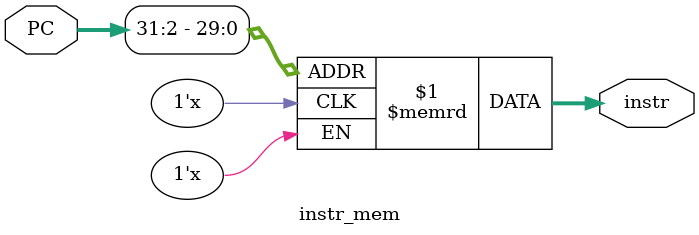
<source format=v>
/********************************************************************************************
 *	Project		:	RISC V Single Cycle Processor
 *
 *	Author		:	Chaitra	
 *
 *	File Name	:	instr_mem.v
 *  
 *  Description	:	Instruction Memory
 
					DATA_WIDTH				->		Each instruction is 32 bits wide.
					ADDR_WIDTH				->		Address bus is 32 bits wide, allowing access to 
													a large memory space.
					MEM_SIZE				->		The memory itself contains 512 locations, each capable 
													of holding a 32-bit instruction.
					PC (Program Counter)	->		(Input)	A 32-bit input that serves as the address for 
													fetching an instruction.
					instr					->		(Output) A 32-bit output that provides the fetched 
													instruction.
									
					Word-Aligned Access: The code uses PC[31:2] to index the 
					memory array. This is a common practice in RISC-V and other architectures 
					for word-aligned memory access.
					
					Since each instruction is 32 bits (4 bytes), and memory is addressed 
					in bytes, the lowest two bits of the address (PC[1:0]) are 
					always 0 for a word-aligned instruction fetch. By ignoring these two bits, 
					the address is effectively shifted right by two, converting a byte address 
					into a word address (index). For example, 0x00000004 (byte address) becomes 
					index 1 (0x00000001) in the instr_ram array.
					
					The address PC[31:2] is used as the index to access the instr_ram 
					array. The instruction stored at that index is then assigned to the 
					instr output. This simulates a lookup where the processor provides an 
					address and the memory provides the instruction at that location.
 ********************************************************************************************/
 
module instr_mem #(parameter DATA_WIDTH = 32, ADDR_WIDTH = 32, MEM_SIZE = 512)(
					input	[ADDR_WIDTH-1 : 0] PC,
					output	[DATA_WIDTH-1 : 0] instr);

	/*Declares an array of 512 registers, where each register is 32 bits wide. 
	This array represents the instruction memory. The initial block loads the memory contents 
	from a file named <>.hex. This file contains the machine code (instructions) that 
	the processor will execute.*/
	reg [DATA_WIDTH-1 : 0] instr_ram [0 : MEM_SIZE-1];
	
	/*
	initial begin
		$readmemh(".hex", instr_ram);
	end
	*/
	
	//word aligned access
	//combinational read logic between state elements
	assign instr = instr_ram[PC[31:2]];

endmodule
</source>
